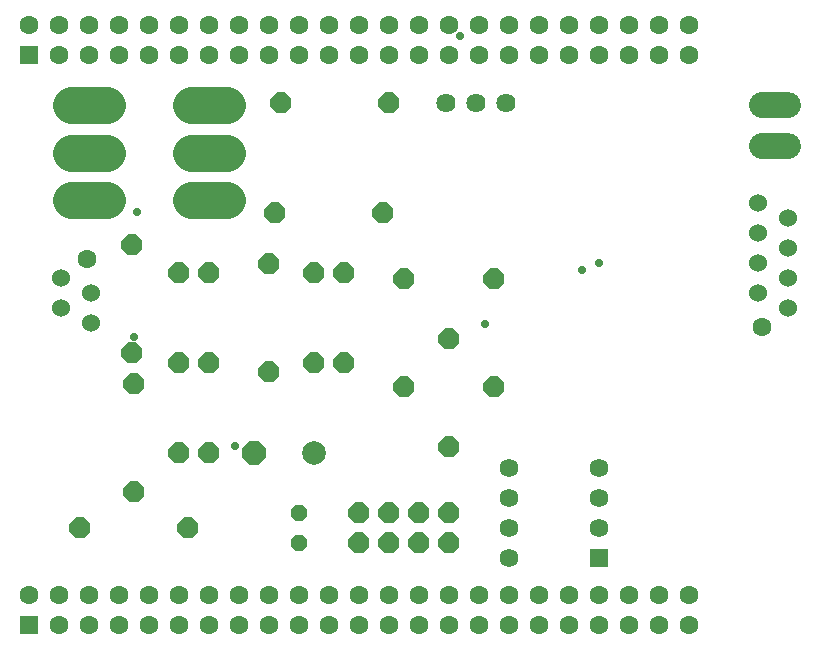
<source format=gbs>
G75*
%MOIN*%
%OFA0B0*%
%FSLAX24Y24*%
%IPPOS*%
%LPD*%
%AMOC8*
5,1,8,0,0,1.08239X$1,22.5*
%
%ADD10R,0.0631X0.0631*%
%ADD11C,0.0631*%
%ADD12R,0.0625X0.0625*%
%ADD13C,0.0625*%
%ADD14OC8,0.0700*%
%ADD15C,0.0790*%
%ADD16OC8,0.0790*%
%ADD17OC8,0.0520*%
%ADD18C,0.1225*%
%ADD19C,0.0600*%
%ADD20C,0.0640*%
%ADD21C,0.0880*%
%ADD22C,0.0276*%
D10*
X010003Y003607D03*
X010003Y022607D03*
D11*
X011003Y022607D03*
X012003Y022607D03*
X013003Y022607D03*
X014003Y022607D03*
X015003Y022607D03*
X016003Y022607D03*
X017003Y022607D03*
X018003Y022607D03*
X019003Y022607D03*
X020003Y022607D03*
X021003Y022607D03*
X022003Y022607D03*
X023003Y022607D03*
X024003Y022607D03*
X025003Y022607D03*
X026003Y022607D03*
X027003Y022607D03*
X028003Y022607D03*
X029003Y022607D03*
X030003Y022607D03*
X031003Y022607D03*
X032003Y022607D03*
X032003Y023607D03*
X031003Y023607D03*
X030003Y023607D03*
X029003Y023607D03*
X028003Y023607D03*
X027003Y023607D03*
X026003Y023607D03*
X025003Y023607D03*
X024003Y023607D03*
X023003Y023607D03*
X022003Y023607D03*
X021003Y023607D03*
X020003Y023607D03*
X019003Y023607D03*
X018003Y023607D03*
X017003Y023607D03*
X016003Y023607D03*
X015003Y023607D03*
X014003Y023607D03*
X013003Y023607D03*
X012003Y023607D03*
X011003Y023607D03*
X010003Y023607D03*
X011942Y015806D03*
X012003Y004607D03*
X013003Y004607D03*
X014003Y004607D03*
X015003Y004607D03*
X016003Y004607D03*
X017003Y004607D03*
X018003Y004607D03*
X019003Y004607D03*
X020003Y004607D03*
X021003Y004607D03*
X022003Y004607D03*
X023003Y004607D03*
X024003Y004607D03*
X025003Y004607D03*
X026003Y004607D03*
X027003Y004607D03*
X028003Y004607D03*
X029003Y004607D03*
X030003Y004607D03*
X031003Y004607D03*
X032003Y004607D03*
X032003Y003607D03*
X031003Y003607D03*
X030003Y003607D03*
X029003Y003607D03*
X028003Y003607D03*
X027003Y003607D03*
X026003Y003607D03*
X025003Y003607D03*
X024003Y003607D03*
X023003Y003607D03*
X022003Y003607D03*
X021003Y003607D03*
X020003Y003607D03*
X019003Y003607D03*
X018003Y003607D03*
X017003Y003607D03*
X016003Y003607D03*
X015003Y003607D03*
X014003Y003607D03*
X013003Y003607D03*
X012003Y003607D03*
X011003Y003607D03*
X011003Y004607D03*
X010003Y004607D03*
X034438Y013554D03*
D12*
X029003Y005857D03*
D13*
X029003Y006857D03*
X029003Y007857D03*
X029003Y008857D03*
X026003Y008857D03*
X026003Y007857D03*
X026003Y006857D03*
X026003Y005857D03*
D14*
X024003Y006357D03*
X023003Y006357D03*
X023003Y007357D03*
X024003Y007357D03*
X022003Y007357D03*
X021003Y007357D03*
X021003Y006357D03*
X022003Y006357D03*
X024003Y009557D03*
X025503Y011557D03*
X024003Y013157D03*
X022503Y011557D03*
X020503Y012357D03*
X019503Y012357D03*
X018003Y012057D03*
X016003Y012357D03*
X015003Y012357D03*
X013444Y012671D03*
X013503Y011657D03*
X015003Y009357D03*
X016003Y009357D03*
X013503Y008057D03*
X011703Y006857D03*
X015303Y006857D03*
X015003Y015357D03*
X016003Y015357D03*
X018003Y015657D03*
X019503Y015357D03*
X020503Y015357D03*
X022503Y015157D03*
X021803Y017357D03*
X018203Y017357D03*
X013444Y016271D03*
X018388Y021011D03*
X021988Y021011D03*
X025503Y015157D03*
D15*
X019503Y009357D03*
D16*
X017503Y009357D03*
D17*
X019003Y007357D03*
X019003Y006357D03*
D18*
X016595Y017777D02*
X015410Y017777D01*
X015410Y019357D02*
X016595Y019357D01*
X016595Y020937D02*
X015410Y020937D01*
X012595Y020937D02*
X011410Y020937D01*
X011410Y019357D02*
X012595Y019357D01*
X012595Y017777D02*
X011410Y017777D01*
D19*
X011086Y015168D03*
X012086Y014668D03*
X011086Y014168D03*
X012086Y013668D03*
X034294Y014692D03*
X035294Y015192D03*
X035294Y016192D03*
X034294Y016692D03*
X034294Y015692D03*
X035294Y017192D03*
X034294Y017692D03*
X035294Y014192D03*
D20*
X025908Y021015D03*
X024908Y021015D03*
X023908Y021015D03*
D21*
X034449Y020956D02*
X035289Y020956D01*
X035289Y019578D02*
X034449Y019578D01*
D22*
X028999Y015692D03*
X028448Y015456D03*
X025219Y013645D03*
X016873Y009589D03*
X013487Y013211D03*
X013605Y017385D03*
X024353Y023251D03*
M02*

</source>
